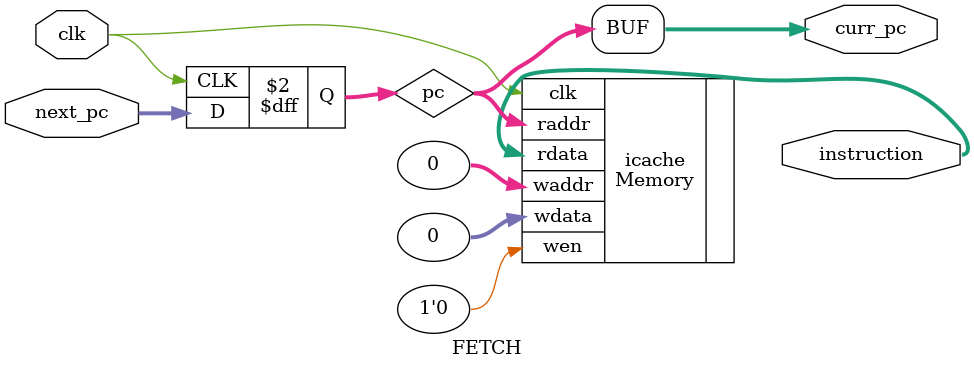
<source format=v>
`include "Memory.v"

module FETCH (
	input clk,    				// Clock
	input [31:0] next_pc,  		// Next value of the PC reg
	output [31:0] curr_pc,		// Current PC
	output [31:0] instruction	// Fetched instruction
);

reg [31:0] pc;
always @(posedge clk) begin 
	pc <= next_pc;
end

Memory #(.INIT_MEM_FILE("instructioncache.init")) icache(
	.clk(clk), 
	.raddr(pc), 
	.rdata(instruction), 
	.waddr(32'b0), 
	.wdata(32'b0), 
	.wen(1'b0)
	);

assign curr_pc = pc;

endmodule
</source>
